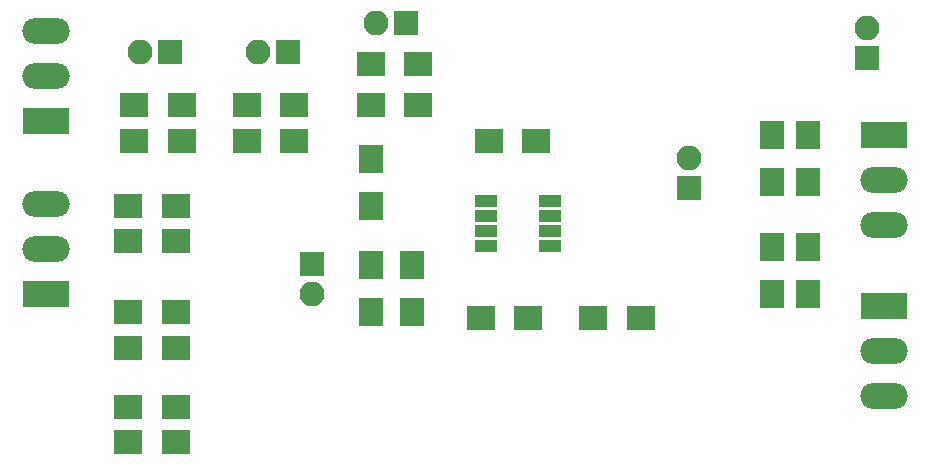
<source format=gbr>
G04 #@! TF.GenerationSoftware,KiCad,Pcbnew,(5.0.0)*
G04 #@! TF.CreationDate,2019-09-20T20:16:55+02:00*
G04 #@! TF.ProjectId,opampprotopcb,6F70616D7070726F746F7063622E6B69,rev?*
G04 #@! TF.SameCoordinates,Original*
G04 #@! TF.FileFunction,Soldermask,Top*
G04 #@! TF.FilePolarity,Negative*
%FSLAX46Y46*%
G04 Gerber Fmt 4.6, Leading zero omitted, Abs format (unit mm)*
G04 Created by KiCad (PCBNEW (5.0.0)) date 09/20/19 20:16:55*
%MOMM*%
%LPD*%
G01*
G04 APERTURE LIST*
%ADD10R,2.400000X2.000000*%
%ADD11R,2.000000X2.400000*%
%ADD12R,4.000000X2.200000*%
%ADD13O,4.000000X2.200000*%
%ADD14R,2.100000X2.100000*%
%ADD15O,2.100000X2.100000*%
%ADD16R,2.400000X2.100000*%
%ADD17R,2.100000X2.400000*%
%ADD18R,1.950000X1.000000*%
G04 APERTURE END LIST*
D10*
G04 #@! TO.C,C1*
X31500000Y-37000000D03*
X27500000Y-37000000D03*
G04 #@! TD*
G04 #@! TO.C,C2*
X31000000Y-62500000D03*
X27000000Y-62500000D03*
G04 #@! TD*
G04 #@! TO.C,C3*
X27000000Y-54500000D03*
X31000000Y-54500000D03*
G04 #@! TD*
G04 #@! TO.C,C4*
X31000000Y-45500000D03*
X27000000Y-45500000D03*
G04 #@! TD*
G04 #@! TO.C,C5*
X41000000Y-34000000D03*
X37000000Y-34000000D03*
G04 #@! TD*
D11*
G04 #@! TO.C,C6*
X51000000Y-47500000D03*
X51000000Y-51500000D03*
G04 #@! TD*
D10*
G04 #@! TO.C,C7*
X47500000Y-30500000D03*
X51500000Y-30500000D03*
G04 #@! TD*
D11*
G04 #@! TO.C,C8*
X84500000Y-36500000D03*
X84500000Y-40500000D03*
G04 #@! TD*
G04 #@! TO.C,C9*
X84500000Y-46000000D03*
X84500000Y-50000000D03*
G04 #@! TD*
D10*
G04 #@! TO.C,C10*
X61500000Y-37000000D03*
X57500000Y-37000000D03*
G04 #@! TD*
D12*
G04 #@! TO.C,J1*
X91000000Y-51000000D03*
D13*
X91000000Y-54810000D03*
X91000000Y-58620000D03*
G04 #@! TD*
D12*
G04 #@! TO.C,J2*
X20000000Y-50000000D03*
D13*
X20000000Y-46190000D03*
X20000000Y-42380000D03*
G04 #@! TD*
G04 #@! TO.C,J3*
X20000000Y-27690000D03*
X20000000Y-31500000D03*
D12*
X20000000Y-35310000D03*
G04 #@! TD*
D14*
G04 #@! TO.C,J4*
X30500000Y-29500000D03*
D15*
X27960000Y-29500000D03*
G04 #@! TD*
D14*
G04 #@! TO.C,J5*
X42500000Y-47460000D03*
D15*
X42500000Y-50000000D03*
G04 #@! TD*
D14*
G04 #@! TO.C,J6*
X40500000Y-29500000D03*
D15*
X37960000Y-29500000D03*
G04 #@! TD*
G04 #@! TO.C,J7*
X47960000Y-27000000D03*
D14*
X50500000Y-27000000D03*
G04 #@! TD*
G04 #@! TO.C,J8*
X74500000Y-41000000D03*
D15*
X74500000Y-38460000D03*
G04 #@! TD*
D13*
G04 #@! TO.C,J9*
X91000000Y-44120000D03*
X91000000Y-40310000D03*
D12*
X91000000Y-36500000D03*
G04 #@! TD*
D16*
G04 #@! TO.C,R1*
X27500000Y-34000000D03*
X31500000Y-34000000D03*
G04 #@! TD*
G04 #@! TO.C,R2*
X31000000Y-59500000D03*
X27000000Y-59500000D03*
G04 #@! TD*
G04 #@! TO.C,R3*
X31000000Y-51500000D03*
X27000000Y-51500000D03*
G04 #@! TD*
G04 #@! TO.C,R4*
X27000000Y-42500000D03*
X31000000Y-42500000D03*
G04 #@! TD*
G04 #@! TO.C,R5*
X41000000Y-37000000D03*
X37000000Y-37000000D03*
G04 #@! TD*
D17*
G04 #@! TO.C,R6*
X47500000Y-38500000D03*
X47500000Y-42500000D03*
G04 #@! TD*
G04 #@! TO.C,R7*
X47500000Y-51500000D03*
X47500000Y-47500000D03*
G04 #@! TD*
D16*
G04 #@! TO.C,R8*
X47500000Y-34000000D03*
X51500000Y-34000000D03*
G04 #@! TD*
G04 #@! TO.C,R9*
X56860700Y-52021500D03*
X60860700Y-52021500D03*
G04 #@! TD*
G04 #@! TO.C,R10*
X66360700Y-52021500D03*
X70360700Y-52021500D03*
G04 #@! TD*
D17*
G04 #@! TO.C,R11*
X81500000Y-40500000D03*
X81500000Y-36500000D03*
G04 #@! TD*
G04 #@! TO.C,R12*
X81500000Y-46000000D03*
X81500000Y-50000000D03*
G04 #@! TD*
D18*
G04 #@! TO.C,U1*
X62700000Y-42095000D03*
X62700000Y-43365000D03*
X62700000Y-44635000D03*
X62700000Y-45905000D03*
X57300000Y-45905000D03*
X57300000Y-44635000D03*
X57300000Y-43365000D03*
X57300000Y-42095000D03*
G04 #@! TD*
D15*
G04 #@! TO.C,J10*
X89500000Y-27460000D03*
D14*
X89500000Y-30000000D03*
G04 #@! TD*
M02*

</source>
